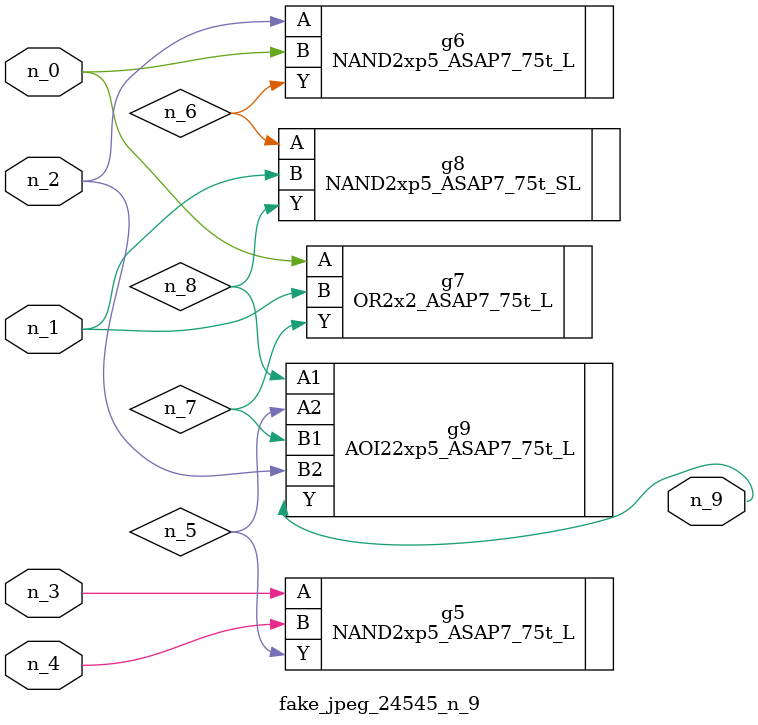
<source format=v>
module fake_jpeg_24545_n_9 (n_3, n_2, n_1, n_0, n_4, n_9);

input n_3;
input n_2;
input n_1;
input n_0;
input n_4;

output n_9;

wire n_8;
wire n_6;
wire n_5;
wire n_7;

NAND2xp5_ASAP7_75t_L g5 ( 
.A(n_3),
.B(n_4),
.Y(n_5)
);

NAND2xp5_ASAP7_75t_L g6 ( 
.A(n_2),
.B(n_0),
.Y(n_6)
);

OR2x2_ASAP7_75t_L g7 ( 
.A(n_0),
.B(n_1),
.Y(n_7)
);

NAND2xp5_ASAP7_75t_SL g8 ( 
.A(n_6),
.B(n_1),
.Y(n_8)
);

AOI22xp5_ASAP7_75t_L g9 ( 
.A1(n_8),
.A2(n_5),
.B1(n_7),
.B2(n_2),
.Y(n_9)
);


endmodule
</source>
